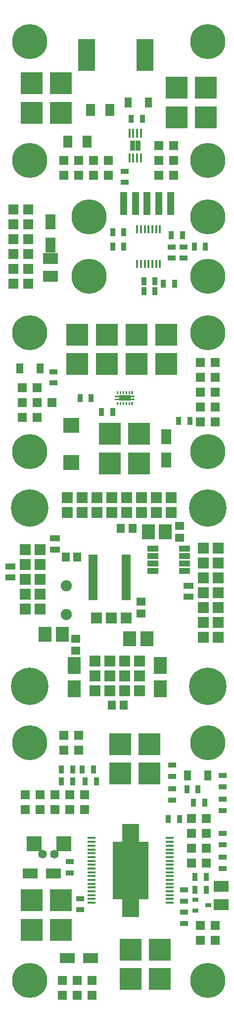
<source format=gbr>
G75*
G71*
%MOMM*%
%OFA0B0*%
%FSLAX53Y53*%
%IPPOS*%
%LPD*%
%ADD14R,1.70000X1.10000*%
%ADD16C,0.30000*%
%ADD20R,2.20000X2.63000*%
%ADD25C,0.50000*%
%ADD28R,1.65000X1.40000*%
%ADD32R,1.52400X1.52400*%
%ADD33C,6.40000*%
%ADD34R,1.92400X1.92400*%
%ADD36R,1.39700X0.88900*%
%ADD37C,0.10000*%
%ADD39R,1.95000X1.00000*%
%ADD42C,0.15000*%
%ADD46R,3.81000X3.81000*%
%ADD51C,1.48082*%
%ADD52R,1.65100X1.65100*%
%ADD53R,2.20086X2.89936*%
%ADD54R,1.40000X1.65000*%
%ADD57R,1.80086X2.49936*%
%ADD58R,0.88900X1.39700*%
%ADD59R,2.49936X1.80086*%
%ADD63C,6.00000*%
%ADD64R,1.50000X0.80000*%
%ADD65C,1.90114*%
%ADD66R,1.30048X1.69926*%
%ADD67R,6.19760X9.79932*%
%ADD68R,1.39954X0.39878*%
%ADD69R,1.00076X0.80010*%
%ADD70R,2.89814X3.09880*%
%ADD71R,2.55016X2.49936*%
%ADD72R,2.49936X1.95072*%
%ADD82R,3.00000X5.50000*%
%ADD83R,1.52400X2.03200*%
%ADD84R,0.42000X1.55000*%
%ADD85R,0.94000X0.84000*%
%ADD86R,1.20000X4.00000*%
%ADD87R,0.45000X1.45000*%
%ADD88R,2.70002X2.55016*%
X0000000Y0000000D02*
G01*
D16*
D46*
X0005160Y0013462D03*
X0010160Y0013462D03*
X0005160Y0018542D03*
X0010160Y0018542D03*
D36*
X0037846Y0028004D03*
X0037846Y0029909D03*
X0037846Y0023940D03*
X0037846Y0025845D03*
D58*
X0010223Y0040894D03*
X0012128Y0040894D03*
X0010223Y0038862D03*
X0012128Y0038862D03*
D36*
X0037846Y0033846D03*
X0037846Y0035751D03*
D63*
X0004826Y0045466D03*
X0035306Y0045466D03*
X0004826Y0004826D03*
X0035306Y0004826D03*
D32*
X0035052Y0027432D03*
X0032512Y0027432D03*
X0032512Y0024892D03*
X0035052Y0024892D03*
X0036576Y0011684D03*
X0034036Y0011684D03*
X0036576Y0014224D03*
X0034036Y0014224D03*
X0009144Y0034036D03*
X0009144Y0036576D03*
X0006604Y0034036D03*
X0006604Y0036576D03*
X0011684Y0034036D03*
X0011684Y0036576D03*
X0035052Y0029972D03*
X0032512Y0029972D03*
X0013208Y0044196D03*
X0013208Y0046736D03*
X0010668Y0044196D03*
X0010668Y0046736D03*
X0014224Y0034036D03*
X0014224Y0036576D03*
X0010414Y0002286D03*
X0010414Y0004826D03*
X0012954Y0002286D03*
X0012954Y0004826D03*
X0015494Y0002286D03*
X0015494Y0004826D03*
D66*
X0031778Y0039878D03*
X0035278Y0039878D03*
D59*
X0011209Y0008636D03*
X0015207Y0008636D03*
X0004859Y0023114D03*
X0008857Y0023114D03*
D58*
X0033591Y0037465D03*
X0031686Y0037465D03*
X0034988Y0020320D03*
X0033083Y0020320D03*
D36*
X0031242Y0018352D03*
X0031242Y0020257D03*
D58*
X0013779Y0040894D03*
X0015684Y0040894D03*
X0014287Y0038862D03*
X0016192Y0038862D03*
D36*
X0037846Y0037910D03*
X0037846Y0039815D03*
D71*
X0005603Y0028194D03*
X0010653Y0028194D03*
D36*
X0031242Y0016447D03*
X0031242Y0014542D03*
D72*
X0037592Y0017755D03*
X0037592Y0020853D03*
D58*
X0028511Y0032385D03*
X0030416Y0032385D03*
D36*
X0011684Y0023178D03*
X0011684Y0025083D03*
X0013462Y0018796D03*
X0013462Y0016891D03*
D68*
X0028796Y0029147D03*
X0028796Y0028496D03*
X0028796Y0027846D03*
X0028796Y0027196D03*
X0028796Y0026546D03*
X0028796Y0025895D03*
X0028796Y0025245D03*
X0028796Y0024595D03*
X0028796Y0023945D03*
X0028796Y0023299D03*
X0028796Y0022649D03*
X0028796Y0021999D03*
X0028796Y0021349D03*
X0028796Y0020698D03*
X0028796Y0020048D03*
X0028796Y0019398D03*
X0028796Y0018748D03*
X0028796Y0018098D03*
X0015400Y0018098D03*
X0015400Y0018748D03*
X0015400Y0019398D03*
X0015400Y0020048D03*
X0015400Y0020698D03*
X0015400Y0021349D03*
X0015400Y0021999D03*
X0015400Y0022649D03*
X0015400Y0023299D03*
X0015400Y0023945D03*
X0015400Y0024595D03*
X0015400Y0025245D03*
X0015400Y0025895D03*
X0015400Y0026546D03*
X0015400Y0027196D03*
X0015400Y0027846D03*
X0015400Y0028496D03*
X0015400Y0029147D03*
D67*
X0022098Y0023622D03*
D70*
X0022098Y0030071D03*
X0022098Y0017173D03*
D69*
X0035390Y0017653D03*
X0033190Y0018606D03*
X0033190Y0016701D03*
D51*
X0009002Y0026416D03*
X0007000Y0026416D03*
D32*
X0004064Y0034036D03*
X0004064Y0036576D03*
D46*
X0022098Y0010080D03*
X0022098Y0005080D03*
X0027098Y0010080D03*
X0027098Y0005080D03*
X0020320Y0040212D03*
X0020320Y0045212D03*
X0025320Y0040212D03*
X0025320Y0045212D03*
D36*
X0029210Y0039688D03*
X0029210Y0041593D03*
D32*
X0035052Y0032512D03*
D36*
X0029210Y0035624D03*
X0029210Y0037529D03*
D32*
X0032512Y0032512D03*
D58*
X0032829Y0035179D03*
X0034734Y0035179D03*
X0033083Y0022479D03*
X0034988Y0022479D03*
X0000000Y0050290D02*
G01*
D42*
D34*
X0013780Y0084834D03*
X0013780Y0087374D03*
D20*
X0024828Y0063244D03*
X0021908Y0063244D03*
D28*
X0023876Y0069578D03*
X0023876Y0067578D03*
X0030480Y0080532D03*
X0030480Y0082532D03*
D54*
X0012938Y0077214D03*
X0010938Y0077214D03*
D53*
X0027178Y0058639D03*
X0027178Y0054641D03*
X0012446Y0058639D03*
X0012446Y0054641D03*
D34*
X0023622Y0054354D03*
X0021082Y0054354D03*
X0023622Y0056894D03*
X0021082Y0056894D03*
X0023622Y0059434D03*
X0021082Y0059434D03*
X0037084Y0076198D03*
X0034544Y0076198D03*
X0037084Y0078738D03*
X0034544Y0078738D03*
X0011240Y0084834D03*
X0011240Y0087374D03*
X0016320Y0084834D03*
X0016320Y0087374D03*
X0018860Y0087374D03*
X0018860Y0084834D03*
X0026495Y0087375D03*
X0026495Y0084835D03*
X0021400Y0087374D03*
X0021400Y0084834D03*
X0016256Y0066800D03*
X0018796Y0066800D03*
X0021336Y0066800D03*
X0006604Y0078484D03*
X0004064Y0078484D03*
X0006604Y0075944D03*
X0004064Y0075944D03*
X0037084Y0068578D03*
X0034544Y0068578D03*
X0037084Y0071118D03*
X0034544Y0071118D03*
X0006604Y0068324D03*
X0004064Y0068324D03*
X0037084Y0063498D03*
X0034544Y0063498D03*
X0037084Y0066038D03*
X0034544Y0066038D03*
X0037084Y0073658D03*
X0034544Y0073658D03*
X0016002Y0059434D03*
X0018542Y0059434D03*
X0016002Y0056894D03*
X0018542Y0056894D03*
X0016002Y0054354D03*
X0018542Y0054354D03*
X0006604Y0070864D03*
X0004064Y0070864D03*
X0006604Y0073404D03*
X0004064Y0073404D03*
D54*
X0018891Y0051879D03*
X0020891Y0051879D03*
D28*
X0012700Y0063228D03*
X0012700Y0061228D03*
D33*
X0035306Y0085596D03*
X0035306Y0055116D03*
X0004826Y0085596D03*
X0004826Y0055116D03*
D14*
X0009144Y0080384D03*
X0009144Y0078484D03*
X0001524Y0073724D03*
X0001524Y0075624D03*
X0032004Y0070422D03*
X0032004Y0072322D03*
D39*
X0025875Y0074801D03*
X0025875Y0076071D03*
X0025875Y0077341D03*
X0025875Y0078611D03*
X0031275Y0078611D03*
X0031275Y0077341D03*
X0031275Y0076071D03*
X0031275Y0074801D03*
D64*
X0015631Y0070154D03*
X0015631Y0070804D03*
X0015631Y0071454D03*
X0015631Y0072104D03*
X0015631Y0072754D03*
X0015631Y0073404D03*
X0015631Y0074054D03*
X0015631Y0074704D03*
X0015631Y0075354D03*
X0015631Y0076004D03*
X0015631Y0076654D03*
X0015631Y0077304D03*
X0021331Y0077304D03*
X0021331Y0076654D03*
X0021331Y0076004D03*
X0021331Y0075354D03*
X0021331Y0074704D03*
X0021331Y0074054D03*
X0021331Y0073404D03*
X0021331Y0072754D03*
X0021331Y0072104D03*
X0021331Y0071454D03*
X0021331Y0070804D03*
X0021331Y0070154D03*
D65*
X0011049Y0072289D03*
X0011049Y0067407D03*
D20*
X0025083Y0081532D03*
X0028003Y0081532D03*
X0007430Y0064006D03*
X0010350Y0064006D03*
D54*
X0022415Y0082105D03*
X0020415Y0082105D03*
D34*
X0023955Y0084835D03*
X0023955Y0087375D03*
X0029035Y0084835D03*
X0029035Y0087375D03*
X0000000Y0090420D02*
G01*
D16*
D58*
X0015303Y0104390D03*
X0013398Y0104390D03*
D88*
X0011938Y0099691D03*
X0011938Y0093341D03*
D66*
X0003076Y0109470D03*
X0006576Y0109470D03*
D57*
X0028194Y0097753D03*
X0028194Y0093755D03*
D32*
X0006096Y0101088D03*
X0003556Y0101088D03*
X0006096Y0103628D03*
X0003556Y0103628D03*
X0006096Y0106168D03*
X0003556Y0106168D03*
X0036576Y0102866D03*
X0034036Y0102866D03*
X0036576Y0107946D03*
X0034036Y0107946D03*
X0036576Y0105406D03*
X0034036Y0105406D03*
X0036576Y0110486D03*
X0034036Y0110486D03*
X0034036Y0100326D03*
X0036576Y0100326D03*
D46*
X0012954Y0115232D03*
X0012954Y0110232D03*
X0018034Y0115232D03*
X0018034Y0110232D03*
X0023114Y0115232D03*
X0023114Y0110232D03*
X0028194Y0115232D03*
X0028194Y0110232D03*
X0023542Y0093214D03*
X0018542Y0093214D03*
X0023542Y0098294D03*
X0018542Y0098294D03*
D63*
X0004826Y0095246D03*
X0035306Y0115566D03*
X0035306Y0095246D03*
X0004826Y0115566D03*
D36*
X0008890Y0106994D03*
X0008890Y0108899D03*
D58*
X0032194Y0100453D03*
X0030289Y0100453D03*
D16*
G36*
X0019692Y0105090D02*
X0019692Y0105590D01*
X0019972Y0105590D01*
X0019972Y0105090D01*
X0019692Y0105090D01*
X0019692Y0105090D01*
G37*
G36*
X0020192Y0105090D02*
X0020192Y0105590D01*
X0020472Y0105590D01*
X0020472Y0105090D01*
X0020192Y0105090D01*
X0020192Y0105090D01*
G37*
G36*
X0020692Y0105090D02*
X0020692Y0105590D01*
X0020972Y0105590D01*
X0020972Y0105090D01*
X0020692Y0105090D01*
X0020692Y0105090D01*
G37*
G36*
X0021192Y0105090D02*
X0021192Y0105590D01*
X0021472Y0105590D01*
X0021472Y0105090D01*
X0021192Y0105090D01*
X0021192Y0105090D01*
G37*
G36*
X0021692Y0105090D02*
X0021692Y0105590D01*
X0021972Y0105590D01*
X0021972Y0105090D01*
X0021692Y0105090D01*
X0021692Y0105090D01*
G37*
G36*
X0022192Y0105090D02*
X0022192Y0105590D01*
X0022472Y0105590D01*
X0022472Y0105090D01*
X0022192Y0105090D01*
X0022192Y0105090D01*
G37*
G36*
X0022192Y0103190D02*
X0022192Y0103690D01*
X0022472Y0103690D01*
X0022472Y0103190D01*
X0022192Y0103190D01*
X0022192Y0103190D01*
G37*
G36*
X0021692Y0103190D02*
X0021692Y0103690D01*
X0021972Y0103690D01*
X0021972Y0103190D01*
X0021692Y0103190D01*
X0021692Y0103190D01*
G37*
G36*
X0021192Y0103190D02*
X0021192Y0103690D01*
X0021472Y0103690D01*
X0021472Y0103190D01*
X0021192Y0103190D01*
X0021192Y0103190D01*
G37*
G36*
X0020692Y0103190D02*
X0020692Y0103690D01*
X0020972Y0103690D01*
X0020972Y0103190D01*
X0020692Y0103190D01*
X0020692Y0103190D01*
G37*
G36*
X0020192Y0103190D02*
X0020192Y0103690D01*
X0020472Y0103690D01*
X0020472Y0103190D01*
X0020192Y0103190D01*
X0020192Y0103190D01*
G37*
G36*
X0019692Y0103190D02*
X0019692Y0103690D01*
X0019972Y0103690D01*
X0019972Y0103190D01*
X0019692Y0103190D01*
X0019692Y0103190D01*
G37*
G36*
X0020082Y0103940D02*
X0020082Y0104840D01*
X0022082Y0104840D01*
X0022082Y0103940D01*
X0020082Y0103940D01*
X0020082Y0103940D01*
G37*
G36*
X0022082Y0104515D02*
X0022082Y0104765D01*
X0022782Y0104765D01*
X0022782Y0104515D01*
X0022082Y0104515D01*
X0022082Y0104515D01*
G37*
G36*
X0022082Y0104015D02*
X0022082Y0104265D01*
X0022782Y0104265D01*
X0022782Y0104015D01*
X0022082Y0104015D01*
X0022082Y0104015D01*
G37*
G36*
X0019382Y0104015D02*
X0019382Y0104265D01*
X0020082Y0104265D01*
X0020082Y0104015D01*
X0019382Y0104015D01*
X0019382Y0104015D01*
G37*
G36*
X0019382Y0104515D02*
X0019382Y0104765D01*
X0020082Y0104765D01*
X0020082Y0104515D01*
X0019382Y0104515D01*
X0019382Y0104515D01*
G37*
D25*
X0021782Y0104390D03*
X0020382Y0104390D03*
X0021082Y0104390D03*
D32*
X0008636Y0103628D03*
D58*
X0018986Y0101977D03*
X0017081Y0101977D03*
X0000000Y0120390D02*
G01*
D37*
D87*
X0023194Y0133244D03*
X0023844Y0133244D03*
X0024494Y0133244D03*
X0025144Y0133244D03*
X0025794Y0133244D03*
X0026444Y0133244D03*
X0027094Y0133244D03*
X0027094Y0127344D03*
X0026444Y0127344D03*
X0025794Y0127344D03*
X0025144Y0127344D03*
X0024494Y0127344D03*
X0023844Y0127344D03*
X0023194Y0127344D03*
D58*
X0026224Y0124325D03*
X0024319Y0124325D03*
X0026224Y0122674D03*
X0024319Y0122674D03*
D52*
X0004570Y0131564D03*
X0002030Y0123944D03*
X0002030Y0129024D03*
X0004570Y0123944D03*
X0002030Y0134104D03*
X0002030Y0131564D03*
X0002030Y0126484D03*
X0004570Y0134104D03*
X0004570Y0126484D03*
X0004570Y0129024D03*
X0004570Y0136644D03*
X0002030Y0136644D03*
D63*
X0035304Y0125214D03*
X0035304Y0135374D03*
X0014984Y0135374D03*
X0014984Y0125214D03*
D58*
X0029589Y0123944D03*
X0027684Y0123944D03*
D36*
X0029081Y0130231D03*
X0029081Y0128326D03*
D58*
X0030923Y0132199D03*
X0029018Y0132199D03*
D36*
X0031113Y0130231D03*
X0031113Y0128326D03*
D58*
X0034860Y0130294D03*
X0032955Y0130294D03*
X0020890Y0130294D03*
X0018985Y0130294D03*
X0020890Y0132707D03*
X0018985Y0132707D03*
D86*
X0028890Y0137660D03*
X0026890Y0137660D03*
X0024890Y0137660D03*
X0022890Y0137660D03*
X0020890Y0137660D03*
D72*
X0008380Y0125163D03*
X0008380Y0128262D03*
D57*
X0008380Y0134546D03*
X0008380Y0130548D03*
X0000000Y0140200D02*
G01*
D16*
D32*
X0029462Y0145024D03*
X0029462Y0142484D03*
X0026922Y0147564D03*
X0029462Y0147564D03*
D58*
X0022160Y0152136D03*
X0024065Y0152136D03*
D66*
X0025116Y0154930D03*
X0021616Y0154930D03*
D46*
X0034970Y0152390D03*
X0029970Y0152390D03*
X0034970Y0157470D03*
X0029970Y0157470D03*
D32*
X0010666Y0142484D03*
X0010666Y0145024D03*
X0013206Y0142484D03*
X0013206Y0145024D03*
X0015746Y0142484D03*
X0015746Y0145024D03*
X0018286Y0142484D03*
X0018286Y0145024D03*
D46*
X0005158Y0158232D03*
X0010158Y0158232D03*
X0005158Y0153152D03*
X0010158Y0153152D03*
D82*
X0014556Y0163058D03*
X0024556Y0163058D03*
D63*
X0035304Y0165324D03*
X0004824Y0165324D03*
X0004824Y0145024D03*
X0035304Y0145024D03*
D58*
X0027240Y0147564D03*
X0029145Y0147564D03*
D36*
X0021080Y0143183D03*
X0021080Y0141278D03*
D84*
X0023833Y0145459D03*
X0023183Y0145459D03*
X0022533Y0145459D03*
X0021883Y0145459D03*
X0021883Y0149669D03*
X0022533Y0149669D03*
X0023183Y0149669D03*
X0023833Y0149669D03*
D85*
X0022388Y0147984D03*
X0023328Y0147984D03*
X0022388Y0147144D03*
X0023328Y0147144D03*
D32*
X0026922Y0145024D03*
X0026922Y0142484D03*
D83*
X0014603Y0148199D03*
X0011301Y0148199D03*
X0015238Y0153660D03*
X0018540Y0153660D03*
M02*

</source>
